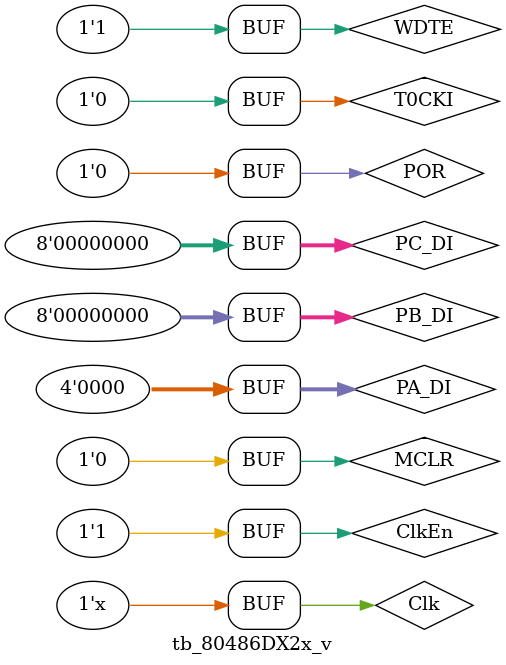
<source format=v>

`timescale 1ns / 1ps


module tb_80486DX2x_v;

	// UUT Module Ports
	reg     POR;

	reg     Clk;
	reg     ClkEn;

	wire    [11:0] PC;
	reg     [11:0] IR;

	wire    [3:0] TRISA;
	wire    [3:0] PORTA;
	reg     [3:0] PA_DI;
 
    wire    [7:0] TRISB;
	wire    [7:0] PORTB;
	reg     [7:0] PB_DI;

	wire    [7:0] TRISC;
	wire    [7:0] PORTC;
	reg     [7:0] PC_DI;

	reg     MCLR;
	reg     T0CKI;
	reg     WDTE;

	// UUT Module Test Ports
    
	wire    Err;
	
    wire    [5:0] OPTION;

    wire    [ 8:0] dIR;
	wire    [11:0] ALU_Op;
	wire    [ 8:0] KI;
	wire    Skip;

 	wire    [11:0] TOS;
	wire    [11:0] NOS;

	wire    [7:0] W;

	wire    [6:0] FA;
	wire    [7:0] DO;
	wire    [7:0] DI;

	wire    [7:0] TMR0;
	wire    [7:0] FSR;
	wire    [7:0] STATUS;
	
    wire    T0CKI_Pls;
	
    wire    WDTClr;
	wire    [9:0] WDT;
	wire    WDT_TC;
	wire    WDT_TO;
	
    wire    [7:0] PSCntr;
	wire    PSC_Pls;
    
	// Instantiate the Unit Under Test (UUT)
	PIC16C5x #(.WDT_Size(10))
             uut (.POR(POR), 
                  .Clk(Clk), 
                  .ClkEn(ClkEn), 
                  .PC(PC), 
                  .IR(IR), 
                  .TRISA(TRISA), 
                  .PORTA(PORTA), 
                  .PA_DI(PA_DI), 
                  .TRISB(TRISB), 
                  .PORTB(PORTB), 
                  .PB_DI(PB_DI), 
                  .TRISC(TRISC), 
                  .PORTC(PORTC), 
                  .PC_DI(PC_DI), 
                  .MCLR(MCLR), 
                  .T0CKI(T0CKI), 
                  .WDTE(WDTE), 
                  .Err(Err), 
                  .OPTION(OPTION), 
                  .dIR(dIR), 
                  .ALU_Op(ALU_Op), 
                  .KI(KI), 
                  .Skip(Skip), 
                  .TOS(TOS), 
                  .NOS(NOS), 
                  .W(W), 
                  .FA(FA), 
                  .DO(DO), 
                  .DI(DI), 
                  .TMR0(TMR0), 
                  .FSR(FSR), 
                  .STATUS(STATUS), 
                  .T0CKI_Pls(T0CKI_Pls), 
                  .WDTClr(WDTClr), 
                  .WDT(WDT), 
                  .WDT_TC(WDT_TC), 
                  .WDT_TO(WDT_TO), 
                  .PSCntr(PSCntr), 
                  .PSC_Pls(PSC_Pls));

	initial begin
		// Initialize Inputs
		POR     = 1;
		Clk     = 1;
        ClkEn   = 1;
		IR      = 0;
		PA_DI   = 0;
		PB_DI   = 0;
		PC_DI   = 0;
		MCLR    = 0;
		T0CKI   = 0;
		WDTE    = 1;

		// Wait 100 ns for global reset to finish
		#101;

        POR = 0;
//        ClkEn = 1;

        #899;
        
	end
    
    always #5 Clk = ~Clk;
    
//    always @(posedge Clk)
//    begin
//        if(POR)
//            #1 ClkEn <= 0;
//        else
//            #1 ClkEn <= ~ClkEn;
//    end
    
    // Test Program ROM
      
    always @(PC or POR)
    begin
        if(POR)
            IR <= 12'b0000_0000_0000;    // NOP             ;; No Operation
        else 
            case(PC[11:0])
                12'h000 : IR = 12'b0111_0110_0011;   // BTFSS   0x03,3  ;; Test PD (STATUS.3), if set, not SLEEP restart
                12'h001 : IR = 12'b1010_0011_0000;   // GOTO    0x030   ;; SLEEP restart, continue test program
                12'h002 : IR = 12'b1100_0000_0111;   // MOVLW   0x07    ;; load OPTION
                12'h003 : IR = 12'b0000_0000_0010;   // OPTION
                12'h004 : IR = 12'b0000_0100_0000;   // CLRW            ;; clear working register
                12'h005 : IR = 12'b0000_0000_0101;   // TRISA           ;; load W into port control registers
                12'h006 : IR = 12'b0000_0000_0110;   // TRISB
                12'h007 : IR = 12'b0000_0000_0111;   // TRISC
                12'h008 : IR = 12'b1010_0000_1010;   // GOTO    0x00A   ;; Test GOTO
                12'h009 : IR = 12'b1100_1111_1111;   // MOVLW   0xFF    ;; instruction should be skipped
                12'h00A : IR = 12'b1001_0000_1101;   // CALL    0x0D    ;; Test CALL
                12'h00B : IR = 12'b0000_0010_0010;   // MOVWF   0x02    ;; Test Computed GOTO, Load PCL with W
                12'h00C : IR = 12'b0000_0000_0000;   // NOP             ;; No Operation
                12'h00D : IR = 12'b1000_0000_1110;   // RETLW   0x0E    ;; Test RETLW, return 0x0E in W
                12'h00E : IR = 12'b1100_0000_1001;   // MOVLW   0x09    ;; starting RAM + 1
                12'h00F : IR = 12'b0000_0010_0100;   // MOVWF   0x04    ;; indirect address register (FSR)
//
                12'h010 : IR = 12'b1100_0001_0111;   // MOVLW   0x17    ;; internal RAM count - 1
                12'h011 : IR = 12'b0000_0010_1000;   // MOVWF   0x08    ;; loop counter
                12'h012 : IR = 12'b0000_0100_0000;   // CLRW            ;; zero working register
                12'h013 : IR = 12'b0000_0010_0000;   // MOVWF   0x00    ;; clear RAM indirectly
                12'h014 : IR = 12'b0010_1010_0100;   // INCF    0x04,1  ;; increment FSR
                12'h015 : IR = 12'b0010_1110_1000;   // DECFSZ  0x08,1  ;; decrement loop counter
                12'h016 : IR = 12'b1010_0001_0011;   // GOTO    0x013   ;; loop until loop counter == 0
                12'h017 : IR = 12'b1100_0000_1001;   // MOVLW   0x09    ;; starting RAM + 1
                12'h018 : IR = 12'b0000_0010_0100;   // MOVWF   0x04    ;; reload FSR
                12'h019 : IR = 12'b1100_1110_1001;   // MOVLW   0xE9    ;; set loop counter to 256 - 23
                12'h01A : IR = 12'b0000_0010_1000;   // MOVWF   0x08
                12'h01B : IR = 12'b0010_0000_0000;   // MOVF    0x00,0  ;; read memory into W 
                12'h01C : IR = 12'b0011_1110_1000;   // INCFSZ  0x08,1  ;; increment counter loop until 0
                12'h01D : IR = 12'b1010_0001_1011;   // GOTO    0x01B   ;; loop    
                12'h01E : IR = 12'b0000_0000_0100;   // CLRWDT          ;; clear WDT
                12'h01F : IR = 12'b0000_0110_1000;   // CLRF    0x08    ;; Clear Memory Location 0x08
//
                12'h020 : IR = 12'b0010_0110_1000;   // DECF    0x08,1  ;; Decrement Memory Location 0x08
                12'h021 : IR = 12'b0001_1100_1000;   // ADDWF   0x08,0  ;; Add Memory Location 0x08 to W, Store in W
                12'h022 : IR = 12'b0000_1010_1000;   // SUBWF   0x08,1  ;; Subtract Memory Location 0x08
                12'h023 : IR = 12'b0011_0110_1000;   // RLF     0x08,1  ;; Rotate Memory Location 0x08
                12'h024 : IR = 12'b0011_0010_1000;   // RRF     0x08,1  ;; Rotate Memory Location
                12'h025 : IR = 12'b1100_0110_1001;   // MOVLW   0x69    ;; Load W with test pattern: W <= 0x69
                12'h026 : IR = 12'b0000_0010_1000;   // MOVWF   0x08    ;; Initialize Memory with test pattern
                12'h027 : IR = 12'b0011_1010_1000;   // SWAPF   0x08,1  ;; Test SWAPF: (0x08) <= 0x96 
                12'h028 : IR = 12'b0001_0010_1000;   // IORWF   0x08,1  ;; Test IORWF: (0x08) <= 0x69 | 0x96 
                12'h029 : IR = 12'b0001_0110_1000;   // ANDWF   0x08,1  ;; Test ANDWF: (0x08) <= 0x69 & 0xFF
                12'h02A : IR = 12'b0001_1010_1000;   // XORWF   0x08,1  :: Test XORWF: (0x08) <= 0x69 ^ 0x69
                12'h02B : IR = 12'b0010_0110_1000;   // COMF    0x08    ;; Test COMF:  (0x08) <= ~0x00  
                12'h02C : IR = 12'b1101_1001_0110;   // IORLW   0x96    ;; Test IORLW:      W <= 0x69 | 0x96
                12'h02D : IR = 12'b1110_0110_1001;   // ANDLW   0x69    ;; Test ANDLW:      W <= 0xFF & 0x69
                12'h02E : IR = 12'b1111_0110_1001;   // XORLW   0x69    ;; Test XORLW:      W <= 0x69 ^ 0x69
                12'h02F : IR = 12'b0000_0000_0011;   // SLEEP           ;; Stop Execution of test program: HALT
//
                12'h030 : IR = 12'b0000_0000_0100;   // CLRWDT          ;; Detected SLEEP restart, Clr WDT to reset PD
                12'h031 : IR = 12'b0110_0110_0011;   // BTFSC   0x03,3  ;; Check STATUS.3, skip if ~PD clear
                12'h032 : IR = 12'b1010_0011_0100;   // GOTO    0x034   ;; ~PD is set, CLRWDT cleared PD
                12'h033 : IR = 12'b1010_0011_0011;   // GOTO    0x033   ;; ERROR: hold here on error
                12'h034 : IR = 12'b1100_0001_0000;   // MOVLW   0x10    ;; Load FSR with non-banked RAM address
                12'h035 : IR = 12'b0000_0010_0100;   // MOVWF   0x04    ;; Initialize FSR for Bit Processor Tests
                12'h036 : IR = 12'b0000_0110_0000;   // CLRF    0x00    ;; Clear non-banked RAM location using INDF
                12'h037 : IR = 12'b0101_0000_0011;   // BSF     0x03,0  ;; Set   STATUS.0 (C) bit 
                12'h038 : IR = 12'b0100_0010_0011;   // BCF     0x03,1  ;; Clear STATUS.1 (DC) bit
                12'h039 : IR = 12'b0100_0100_0011;   // BCF     0x03,2  ;; Clear STATUS.2 (Z) bit
                12'h03A : IR = 12'b0010_0000_0011;   // MOVF    0x03,0  ;; Load W with STATUS
                12'h03B : IR = 12'b0011_0000_0000;   // RRF     0x00,0  ;; Rotate Right RAM location: C <= 0,      W <= 0x80
                12'h03C : IR = 12'b0011_0110_0000;   // RLF     0x00,0  ;; Rotate Left  RAM location: C <= 0, (INDF) <= 0x00
                12'h03D : IR = 12'b0000_0010_0000;   // MOVWF   0x00    ;; Write result back to RAM: (INDF) <= 0x80
                12'h03E : IR = 12'b0000_0010_0001;   // MOVWF   0x01    ;; Write to TMR0, clear Prescaler
                12'h03F : IR = 12'b1010_0000_0000;   // GOTO    0x000   ;; Restart Program
//
                default : IR = 12'b0000_0000_0000;   // NOP             ;; Reset Vector: Jump 0x000 (Start)
            endcase
    end
    
endmodule


</source>
